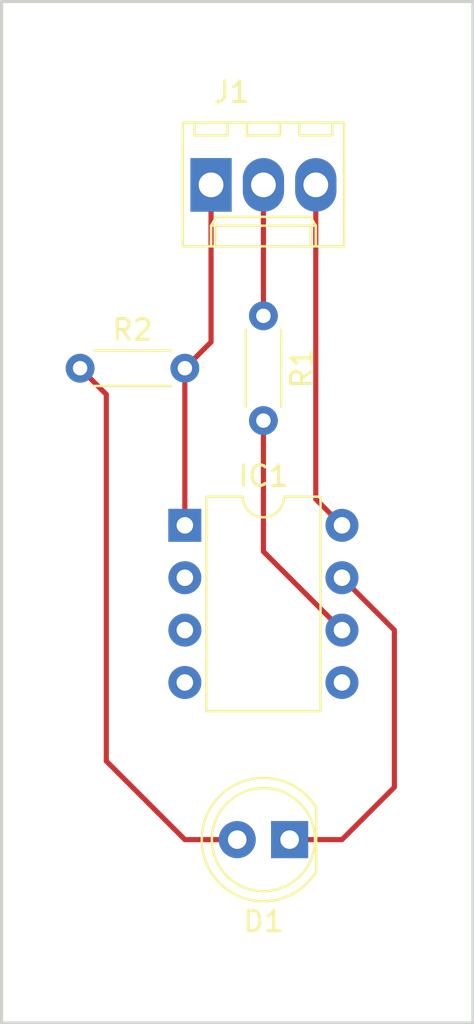
<source format=kicad_pcb>
(kicad_pcb (version 4) (host pcbnew 4.0.2-stable)

  (general
    (links 7)
    (no_connects 0)
    (area 0 0 0 0)
    (thickness 1.6)
    (drawings 4)
    (tracks 16)
    (zones 0)
    (modules 5)
    (nets 11)
  )

  (page A4)
  (title_block
    (title "Tutorial 1")
  )

  (layers
    (0 F.Cu signal)
    (31 B.Cu signal)
    (32 B.Adhes user)
    (33 F.Adhes user)
    (34 B.Paste user)
    (35 F.Paste user)
    (36 B.SilkS user)
    (37 F.SilkS user)
    (38 B.Mask user)
    (39 F.Mask user)
    (40 Dwgs.User user)
    (41 Cmts.User user)
    (42 Eco1.User user)
    (43 Eco2.User user)
    (44 Edge.Cuts user)
    (45 Margin user)
    (46 B.CrtYd user)
    (47 F.CrtYd user)
    (48 B.Fab user)
    (49 F.Fab user)
  )

  (setup
    (last_trace_width 0.25)
    (trace_clearance 0.25)
    (zone_clearance 0.508)
    (zone_45_only no)
    (trace_min 0.25)
    (segment_width 0.2)
    (edge_width 0.15)
    (via_size 0.6)
    (via_drill 0.4)
    (via_min_size 0.4)
    (via_min_drill 0.3)
    (uvia_size 0.3)
    (uvia_drill 0.1)
    (uvias_allowed no)
    (uvia_min_size 0.2)
    (uvia_min_drill 0.1)
    (pcb_text_width 0.3)
    (pcb_text_size 1.5 1.5)
    (mod_edge_width 0.15)
    (mod_text_size 1 1)
    (mod_text_width 0.15)
    (pad_size 1.524 1.524)
    (pad_drill 0.762)
    (pad_to_mask_clearance 0.2)
    (aux_axis_origin 0 0)
    (visible_elements FFFFFF7F)
    (pcbplotparams
      (layerselection 0x00030_80000001)
      (usegerberextensions false)
      (excludeedgelayer true)
      (linewidth 0.100000)
      (plotframeref false)
      (viasonmask false)
      (mode 1)
      (useauxorigin false)
      (hpglpennumber 1)
      (hpglpenspeed 20)
      (hpglpendiameter 15)
      (hpglpenoverlay 2)
      (psnegative false)
      (psa4output false)
      (plotreference true)
      (plotvalue true)
      (plotinvisibletext false)
      (padsonsilk false)
      (subtractmaskfromsilk false)
      (outputformat 1)
      (mirror false)
      (drillshape 1)
      (scaleselection 1)
      (outputdirectory ""))
  )

  (net 0 "")
  (net 1 /uCtoLED)
  (net 2 "Net-(D1-Pad2)")
  (net 3 VCC)
  (net 4 "Net-(IC1-Pad5)")
  (net 5 "Net-(IC1-Pad2)")
  (net 6 /INPUT)
  (net 7 "Net-(IC1-Pad3)")
  (net 8 "Net-(IC1-Pad4)")
  (net 9 GND)
  (net 10 /INPUTtoR)

  (net_class Default "This is the default net class."
    (clearance 0.25)
    (trace_width 0.25)
    (via_dia 0.6)
    (via_drill 0.4)
    (uvia_dia 0.3)
    (uvia_drill 0.1)
    (add_net /INPUT)
    (add_net /INPUTtoR)
    (add_net /uCtoLED)
    (add_net GND)
    (add_net "Net-(D1-Pad2)")
    (add_net "Net-(IC1-Pad2)")
    (add_net "Net-(IC1-Pad3)")
    (add_net "Net-(IC1-Pad4)")
    (add_net "Net-(IC1-Pad5)")
    (add_net VCC)
  )

  (module LEDs:LED_D5.0mm (layer F.Cu) (tedit 5995936A) (tstamp 59B3E91D)
    (at 198.12 106.68 180)
    (descr "LED, diameter 5.0mm, 2 pins, http://cdn-reichelt.de/documents/datenblatt/A500/LL-504BC2E-009.pdf")
    (tags "LED diameter 5.0mm 2 pins")
    (path /59840898)
    (fp_text reference D1 (at 1.27 -3.96 180) (layer F.SilkS)
      (effects (font (size 1 1) (thickness 0.15)))
    )
    (fp_text value LED (at 1.27 3.96 180) (layer F.Fab)
      (effects (font (size 1 1) (thickness 0.15)))
    )
    (fp_arc (start 1.27 0) (end -1.23 -1.469694) (angle 299.1) (layer F.Fab) (width 0.1))
    (fp_arc (start 1.27 0) (end -1.29 -1.54483) (angle 148.9) (layer F.SilkS) (width 0.12))
    (fp_arc (start 1.27 0) (end -1.29 1.54483) (angle -148.9) (layer F.SilkS) (width 0.12))
    (fp_circle (center 1.27 0) (end 3.77 0) (layer F.Fab) (width 0.1))
    (fp_circle (center 1.27 0) (end 3.77 0) (layer F.SilkS) (width 0.12))
    (fp_line (start -1.23 -1.469694) (end -1.23 1.469694) (layer F.Fab) (width 0.1))
    (fp_line (start -1.29 -1.545) (end -1.29 1.545) (layer F.SilkS) (width 0.12))
    (fp_line (start -1.95 -3.25) (end -1.95 3.25) (layer F.CrtYd) (width 0.05))
    (fp_line (start -1.95 3.25) (end 4.5 3.25) (layer F.CrtYd) (width 0.05))
    (fp_line (start 4.5 3.25) (end 4.5 -3.25) (layer F.CrtYd) (width 0.05))
    (fp_line (start 4.5 -3.25) (end -1.95 -3.25) (layer F.CrtYd) (width 0.05))
    (fp_text user %R (at 1.25 0 180) (layer F.Fab)
      (effects (font (size 0.8 0.8) (thickness 0.2)))
    )
    (pad 1 thru_hole rect (at 0 0 180) (size 1.8 1.8) (drill 0.9) (layers *.Cu *.Mask)
      (net 1 /uCtoLED))
    (pad 2 thru_hole circle (at 2.54 0 180) (size 1.8 1.8) (drill 0.9) (layers *.Cu *.Mask)
      (net 2 "Net-(D1-Pad2)"))
    (model ${KISYS3DMOD}/LEDs.3dshapes/LED_D5.0mm.wrl
      (at (xyz 0 0 0))
      (scale (xyz 0.393701 0.393701 0.393701))
      (rotate (xyz 0 0 0))
    )
  )

  (module Housings_DIP:DIP-8_W7.62mm (layer F.Cu) (tedit 58CC8E33) (tstamp 59B3E939)
    (at 193.04 91.44)
    (descr "8-lead dip package, row spacing 7.62 mm (300 mils)")
    (tags "DIL DIP PDIP 2.54mm 7.62mm 300mil")
    (path /598406C6)
    (fp_text reference IC1 (at 3.81 -2.39) (layer F.SilkS)
      (effects (font (size 1 1) (thickness 0.15)))
    )
    (fp_text value PIC12C508A-I/SN (at 3.81 10.01) (layer F.Fab)
      (effects (font (size 1 1) (thickness 0.15)))
    )
    (fp_text user %R (at 3.81 3.81) (layer F.Fab)
      (effects (font (size 1 1) (thickness 0.15)))
    )
    (fp_line (start 1.635 -1.27) (end 6.985 -1.27) (layer F.Fab) (width 0.1))
    (fp_line (start 6.985 -1.27) (end 6.985 8.89) (layer F.Fab) (width 0.1))
    (fp_line (start 6.985 8.89) (end 0.635 8.89) (layer F.Fab) (width 0.1))
    (fp_line (start 0.635 8.89) (end 0.635 -0.27) (layer F.Fab) (width 0.1))
    (fp_line (start 0.635 -0.27) (end 1.635 -1.27) (layer F.Fab) (width 0.1))
    (fp_line (start 2.81 -1.39) (end 1.04 -1.39) (layer F.SilkS) (width 0.12))
    (fp_line (start 1.04 -1.39) (end 1.04 9.01) (layer F.SilkS) (width 0.12))
    (fp_line (start 1.04 9.01) (end 6.58 9.01) (layer F.SilkS) (width 0.12))
    (fp_line (start 6.58 9.01) (end 6.58 -1.39) (layer F.SilkS) (width 0.12))
    (fp_line (start 6.58 -1.39) (end 4.81 -1.39) (layer F.SilkS) (width 0.12))
    (fp_line (start -1.1 -1.6) (end -1.1 9.2) (layer F.CrtYd) (width 0.05))
    (fp_line (start -1.1 9.2) (end 8.7 9.2) (layer F.CrtYd) (width 0.05))
    (fp_line (start 8.7 9.2) (end 8.7 -1.6) (layer F.CrtYd) (width 0.05))
    (fp_line (start 8.7 -1.6) (end -1.1 -1.6) (layer F.CrtYd) (width 0.05))
    (fp_arc (start 3.81 -1.39) (end 2.81 -1.39) (angle -180) (layer F.SilkS) (width 0.12))
    (pad 1 thru_hole rect (at 0 0) (size 1.6 1.6) (drill 0.8) (layers *.Cu *.Mask)
      (net 3 VCC))
    (pad 5 thru_hole oval (at 7.62 7.62) (size 1.6 1.6) (drill 0.8) (layers *.Cu *.Mask)
      (net 4 "Net-(IC1-Pad5)"))
    (pad 2 thru_hole oval (at 0 2.54) (size 1.6 1.6) (drill 0.8) (layers *.Cu *.Mask)
      (net 5 "Net-(IC1-Pad2)"))
    (pad 6 thru_hole oval (at 7.62 5.08) (size 1.6 1.6) (drill 0.8) (layers *.Cu *.Mask)
      (net 6 /INPUT))
    (pad 3 thru_hole oval (at 0 5.08) (size 1.6 1.6) (drill 0.8) (layers *.Cu *.Mask)
      (net 7 "Net-(IC1-Pad3)"))
    (pad 7 thru_hole oval (at 7.62 2.54) (size 1.6 1.6) (drill 0.8) (layers *.Cu *.Mask)
      (net 1 /uCtoLED))
    (pad 4 thru_hole oval (at 0 7.62) (size 1.6 1.6) (drill 0.8) (layers *.Cu *.Mask)
      (net 8 "Net-(IC1-Pad4)"))
    (pad 8 thru_hole oval (at 7.62 0) (size 1.6 1.6) (drill 0.8) (layers *.Cu *.Mask)
      (net 9 GND))
    (model ${KISYS3DMOD}/Housings_DIP.3dshapes/DIP-8_W7.62mm.wrl
      (at (xyz 0 0 0))
      (scale (xyz 1 1 1))
      (rotate (xyz 0 0 0))
    )
  )

  (module Resistors_ThroughHole:R_Axial_DIN0204_L3.6mm_D1.6mm_P5.08mm_Horizontal (layer F.Cu) (tedit 5874F706) (tstamp 59B3E961)
    (at 196.85 81.28 270)
    (descr "Resistor, Axial_DIN0204 series, Axial, Horizontal, pin pitch=5.08mm, 0.16666666666666666W = 1/6W, length*diameter=3.6*1.6mm^2, http://cdn-reichelt.de/documents/datenblatt/B400/1_4W%23YAG.pdf")
    (tags "Resistor Axial_DIN0204 series Axial Horizontal pin pitch 5.08mm 0.16666666666666666W = 1/6W length 3.6mm diameter 1.6mm")
    (path /5983959D)
    (fp_text reference R1 (at 2.54 -1.86 270) (layer F.SilkS)
      (effects (font (size 1 1) (thickness 0.15)))
    )
    (fp_text value 100 (at 2.54 1.86 270) (layer F.Fab)
      (effects (font (size 1 1) (thickness 0.15)))
    )
    (fp_line (start 0.74 -0.8) (end 0.74 0.8) (layer F.Fab) (width 0.1))
    (fp_line (start 0.74 0.8) (end 4.34 0.8) (layer F.Fab) (width 0.1))
    (fp_line (start 4.34 0.8) (end 4.34 -0.8) (layer F.Fab) (width 0.1))
    (fp_line (start 4.34 -0.8) (end 0.74 -0.8) (layer F.Fab) (width 0.1))
    (fp_line (start 0 0) (end 0.74 0) (layer F.Fab) (width 0.1))
    (fp_line (start 5.08 0) (end 4.34 0) (layer F.Fab) (width 0.1))
    (fp_line (start 0.68 -0.86) (end 4.4 -0.86) (layer F.SilkS) (width 0.12))
    (fp_line (start 0.68 0.86) (end 4.4 0.86) (layer F.SilkS) (width 0.12))
    (fp_line (start -0.95 -1.15) (end -0.95 1.15) (layer F.CrtYd) (width 0.05))
    (fp_line (start -0.95 1.15) (end 6.05 1.15) (layer F.CrtYd) (width 0.05))
    (fp_line (start 6.05 1.15) (end 6.05 -1.15) (layer F.CrtYd) (width 0.05))
    (fp_line (start 6.05 -1.15) (end -0.95 -1.15) (layer F.CrtYd) (width 0.05))
    (pad 1 thru_hole circle (at 0 0 270) (size 1.4 1.4) (drill 0.7) (layers *.Cu *.Mask)
      (net 10 /INPUTtoR))
    (pad 2 thru_hole oval (at 5.08 0 270) (size 1.4 1.4) (drill 0.7) (layers *.Cu *.Mask)
      (net 6 /INPUT))
    (model ${KISYS3DMOD}/Resistors_THT.3dshapes/R_Axial_DIN0204_L3.6mm_D1.6mm_P5.08mm_Horizontal.wrl
      (at (xyz 0 0 0))
      (scale (xyz 0.393701 0.393701 0.393701))
      (rotate (xyz 0 0 0))
    )
  )

  (module Resistors_ThroughHole:R_Axial_DIN0204_L3.6mm_D1.6mm_P5.08mm_Horizontal (layer F.Cu) (tedit 5874F706) (tstamp 59B3E973)
    (at 187.96 83.82)
    (descr "Resistor, Axial_DIN0204 series, Axial, Horizontal, pin pitch=5.08mm, 0.16666666666666666W = 1/6W, length*diameter=3.6*1.6mm^2, http://cdn-reichelt.de/documents/datenblatt/B400/1_4W%23YAG.pdf")
    (tags "Resistor Axial_DIN0204 series Axial Horizontal pin pitch 5.08mm 0.16666666666666666W = 1/6W length 3.6mm diameter 1.6mm")
    (path /598396D9)
    (fp_text reference R2 (at 2.54 -1.86) (layer F.SilkS)
      (effects (font (size 1 1) (thickness 0.15)))
    )
    (fp_text value 1k (at 2.54 1.86) (layer F.Fab)
      (effects (font (size 1 1) (thickness 0.15)))
    )
    (fp_line (start 0.74 -0.8) (end 0.74 0.8) (layer F.Fab) (width 0.1))
    (fp_line (start 0.74 0.8) (end 4.34 0.8) (layer F.Fab) (width 0.1))
    (fp_line (start 4.34 0.8) (end 4.34 -0.8) (layer F.Fab) (width 0.1))
    (fp_line (start 4.34 -0.8) (end 0.74 -0.8) (layer F.Fab) (width 0.1))
    (fp_line (start 0 0) (end 0.74 0) (layer F.Fab) (width 0.1))
    (fp_line (start 5.08 0) (end 4.34 0) (layer F.Fab) (width 0.1))
    (fp_line (start 0.68 -0.86) (end 4.4 -0.86) (layer F.SilkS) (width 0.12))
    (fp_line (start 0.68 0.86) (end 4.4 0.86) (layer F.SilkS) (width 0.12))
    (fp_line (start -0.95 -1.15) (end -0.95 1.15) (layer F.CrtYd) (width 0.05))
    (fp_line (start -0.95 1.15) (end 6.05 1.15) (layer F.CrtYd) (width 0.05))
    (fp_line (start 6.05 1.15) (end 6.05 -1.15) (layer F.CrtYd) (width 0.05))
    (fp_line (start 6.05 -1.15) (end -0.95 -1.15) (layer F.CrtYd) (width 0.05))
    (pad 1 thru_hole circle (at 0 0) (size 1.4 1.4) (drill 0.7) (layers *.Cu *.Mask)
      (net 2 "Net-(D1-Pad2)"))
    (pad 2 thru_hole oval (at 5.08 0) (size 1.4 1.4) (drill 0.7) (layers *.Cu *.Mask)
      (net 3 VCC))
    (model ${KISYS3DMOD}/Resistors_THT.3dshapes/R_Axial_DIN0204_L3.6mm_D1.6mm_P5.08mm_Horizontal.wrl
      (at (xyz 0 0 0))
      (scale (xyz 0.393701 0.393701 0.393701))
      (rotate (xyz 0 0 0))
    )
  )

  (module Connectors_Molex:Molex_KK-6410-03_03x2.54mm_Straight (layer F.Cu) (tedit 58EE6EE6) (tstamp 59B3E94F)
    (at 194.31 74.93)
    (descr "Connector Headers with Friction Lock, 22-27-2031, http://www.molex.com/pdm_docs/sd/022272021_sd.pdf")
    (tags "connector molex kk_6410 22-27-2031")
    (path /598418CD)
    (fp_text reference J1 (at 1 -4.5) (layer F.SilkS)
      (effects (font (size 1 1) (thickness 0.15)))
    )
    (fp_text value MYCONN3 (at 2.54 4.5) (layer F.Fab)
      (effects (font (size 1 1) (thickness 0.15)))
    )
    (fp_line (start -1.47 -3.12) (end -1.47 3.08) (layer F.Fab) (width 0.12))
    (fp_line (start -1.47 3.08) (end 6.55 3.08) (layer F.Fab) (width 0.12))
    (fp_line (start 6.55 3.08) (end 6.55 -3.12) (layer F.Fab) (width 0.12))
    (fp_line (start 6.55 -3.12) (end -1.47 -3.12) (layer F.Fab) (width 0.12))
    (fp_line (start -1.37 -3.02) (end -1.37 2.98) (layer F.SilkS) (width 0.12))
    (fp_line (start -1.37 2.98) (end 6.45 2.98) (layer F.SilkS) (width 0.12))
    (fp_line (start 6.45 2.98) (end 6.45 -3.02) (layer F.SilkS) (width 0.12))
    (fp_line (start 6.45 -3.02) (end -1.37 -3.02) (layer F.SilkS) (width 0.12))
    (fp_line (start 0 2.98) (end 0 1.98) (layer F.SilkS) (width 0.12))
    (fp_line (start 0 1.98) (end 5.08 1.98) (layer F.SilkS) (width 0.12))
    (fp_line (start 5.08 1.98) (end 5.08 2.98) (layer F.SilkS) (width 0.12))
    (fp_line (start 0 1.98) (end 0.25 1.55) (layer F.SilkS) (width 0.12))
    (fp_line (start 0.25 1.55) (end 4.83 1.55) (layer F.SilkS) (width 0.12))
    (fp_line (start 4.83 1.55) (end 5.08 1.98) (layer F.SilkS) (width 0.12))
    (fp_line (start 0.25 2.98) (end 0.25 1.98) (layer F.SilkS) (width 0.12))
    (fp_line (start 4.83 2.98) (end 4.83 1.98) (layer F.SilkS) (width 0.12))
    (fp_line (start -0.8 -3.02) (end -0.8 -2.4) (layer F.SilkS) (width 0.12))
    (fp_line (start -0.8 -2.4) (end 0.8 -2.4) (layer F.SilkS) (width 0.12))
    (fp_line (start 0.8 -2.4) (end 0.8 -3.02) (layer F.SilkS) (width 0.12))
    (fp_line (start 1.74 -3.02) (end 1.74 -2.4) (layer F.SilkS) (width 0.12))
    (fp_line (start 1.74 -2.4) (end 3.34 -2.4) (layer F.SilkS) (width 0.12))
    (fp_line (start 3.34 -2.4) (end 3.34 -3.02) (layer F.SilkS) (width 0.12))
    (fp_line (start 4.28 -3.02) (end 4.28 -2.4) (layer F.SilkS) (width 0.12))
    (fp_line (start 4.28 -2.4) (end 5.88 -2.4) (layer F.SilkS) (width 0.12))
    (fp_line (start 5.88 -2.4) (end 5.88 -3.02) (layer F.SilkS) (width 0.12))
    (fp_line (start -1.9 3.5) (end -1.9 -3.55) (layer F.CrtYd) (width 0.05))
    (fp_line (start -1.9 -3.55) (end 7 -3.55) (layer F.CrtYd) (width 0.05))
    (fp_line (start 7 -3.55) (end 7 3.5) (layer F.CrtYd) (width 0.05))
    (fp_line (start 7 3.5) (end -1.9 3.5) (layer F.CrtYd) (width 0.05))
    (fp_text user %R (at 2.54 0) (layer F.Fab)
      (effects (font (size 1 1) (thickness 0.15)))
    )
    (pad 1 thru_hole rect (at 0 0) (size 2 2.6) (drill 1.2) (layers *.Cu *.Mask)
      (net 3 VCC))
    (pad 2 thru_hole oval (at 2.54 0) (size 2 2.6) (drill 1.2) (layers *.Cu *.Mask)
      (net 10 /INPUTtoR))
    (pad 3 thru_hole oval (at 5.08 0) (size 2 2.6) (drill 1.2) (layers *.Cu *.Mask)
      (net 9 GND))
    (model ${KISYS3DMOD}/Connectors_Molex.3dshapes/Molex_KK-6410-03_03x2.54mm_Straight.wrl
      (at (xyz 0 0 0))
      (scale (xyz 1 1 1))
      (rotate (xyz 0 0 0))
    )
  )

  (gr_line (start 207.01 66.04) (end 184.15 66.04) (angle 90) (layer Edge.Cuts) (width 0.15))
  (gr_line (start 207.01 115.57) (end 207.01 66.04) (angle 90) (layer Edge.Cuts) (width 0.15))
  (gr_line (start 184.15 115.57) (end 207.01 115.57) (angle 90) (layer Edge.Cuts) (width 0.15))
  (gr_line (start 184.15 66.04) (end 184.15 115.57) (angle 90) (layer Edge.Cuts) (width 0.15))

  (segment (start 198.12 106.68) (end 200.66 106.68) (width 0.25) (layer F.Cu) (net 1) (status 400000))
  (segment (start 203.2 96.52) (end 200.66 93.98) (width 0.25) (layer F.Cu) (net 1) (tstamp 59B49885) (status 800000))
  (segment (start 203.2 104.14) (end 203.2 96.52) (width 0.25) (layer F.Cu) (net 1) (tstamp 59B49881))
  (segment (start 200.66 106.68) (end 203.2 104.14) (width 0.25) (layer F.Cu) (net 1) (tstamp 59B4987C))
  (segment (start 195.58 106.68) (end 193.04 106.68) (width 0.25) (layer F.Cu) (net 2) (status 400000))
  (segment (start 189.23 85.09) (end 187.96 83.82) (width 0.25) (layer F.Cu) (net 2) (tstamp 59B49891) (status 800000))
  (segment (start 189.23 102.87) (end 189.23 85.09) (width 0.25) (layer F.Cu) (net 2) (tstamp 59B4988C))
  (segment (start 193.04 106.68) (end 189.23 102.87) (width 0.25) (layer F.Cu) (net 2) (tstamp 59B49889))
  (segment (start 193.04 91.44) (end 193.04 83.82) (width 0.25) (layer F.Cu) (net 3) (status C00000))
  (segment (start 194.31 74.93) (end 194.31 82.55) (width 0.25) (layer F.Cu) (net 3) (status 400000))
  (segment (start 194.31 82.55) (end 193.04 83.82) (width 0.25) (layer F.Cu) (net 3) (tstamp 59B49864) (status 800000))
  (segment (start 196.85 86.36) (end 196.85 92.71) (width 0.25) (layer F.Cu) (net 6) (status 400000))
  (segment (start 196.85 92.71) (end 200.66 96.52) (width 0.25) (layer F.Cu) (net 6) (tstamp 59B49875) (status 800000))
  (segment (start 199.39 74.93) (end 199.39 90.17) (width 0.25) (layer F.Cu) (net 9) (status 400000))
  (segment (start 199.39 90.17) (end 200.66 91.44) (width 0.25) (layer F.Cu) (net 9) (tstamp 59B49870) (status 800000))
  (segment (start 196.85 74.93) (end 196.85 81.28) (width 0.25) (layer F.Cu) (net 10) (status C00000))

)

</source>
